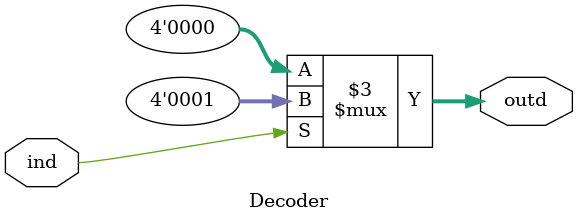
<source format=v>
module Decoder(ind,outd);
	input ind;
	output reg[3:0]outd;
	always @ (ind)begin
		if(ind)	outd = 4'b0001;
		else		outd = 4'd0;
	end
endmodule
</source>
